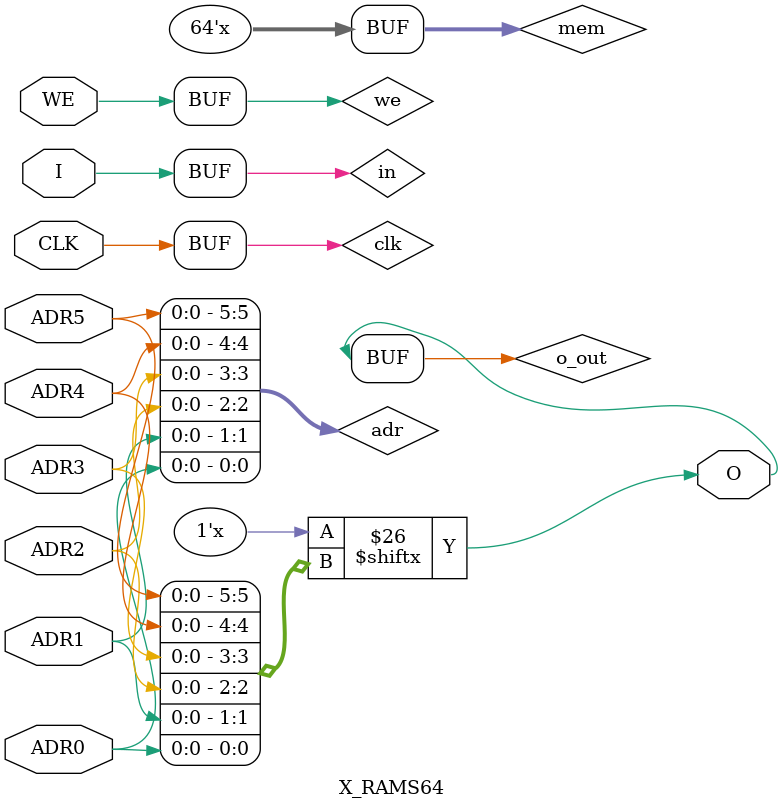
<source format=v>

`timescale 1 ps/1 ps

module X_RAMS64 (O, ADR0, ADR1, ADR2, ADR3, ADR4, ADR5, CLK, I, WE);

  parameter INIT = 64'h0000000000000000;

  output O;
  input ADR0, ADR1, ADR2, ADR3, ADR4, ADR5, CLK, I, WE;

  reg [63:0] mem;
  wire [5:0] adr;

  wire in, we, clk;
  reg o_out;
  reg notifier;

  buf b1 (in, I);
  buf b2 (clk, CLK);
  buf b3 (we ,WE);
  buf b4 (adr[5],ADR5);
  buf b5 (adr[4],ADR4);
  buf b6 (adr[3],ADR3);
  buf b7 (adr[2],ADR2);
  buf b8 (adr[1],ADR1);
  buf b9 (adr[0],ADR0);
  buf bA (O, o_out);

  initial begin
    mem <= INIT;
  end

  always @(posedge clk) begin
    if (we == 1'b1)
      mem[adr] <= in;
  end

  always @(mem or adr) begin
    o_out <= mem[adr];
  end

  always @(notifier) begin
    mem[adr] <= 1'bx;
  end

  specify

	(CLK => O) = (0:0:0, 0:0:0);
	(ADR0 => O) = (0:0:0, 0:0:0);
	(ADR1 => O) = (0:0:0, 0:0:0);
	(ADR2 => O) = (0:0:0, 0:0:0);
	(ADR3 => O) = (0:0:0, 0:0:0);
	(ADR4 => O) = (0:0:0, 0:0:0);
	(ADR5 => O) = (0:0:0, 0:0:0);

	$setuphold (posedge CLK, posedge I &&& WE, 0:0:0, 0:0:0, notifier);
	$setuphold (posedge CLK, negedge I &&& WE, 0:0:0, 0:0:0, notifier);
	$setuphold (posedge CLK, posedge ADR0 &&& WE, 0:0:0, 0:0:0, notifier);
	$setuphold (posedge CLK, negedge ADR0 &&& WE, 0:0:0, 0:0:0, notifier);
	$setuphold (posedge CLK, posedge ADR1 &&& WE, 0:0:0, 0:0:0, notifier);
	$setuphold (posedge CLK, negedge ADR1 &&& WE, 0:0:0, 0:0:0, notifier);
	$setuphold (posedge CLK, posedge ADR2 &&& WE, 0:0:0, 0:0:0, notifier);
	$setuphold (posedge CLK, negedge ADR2 &&& WE, 0:0:0, 0:0:0, notifier);
	$setuphold (posedge CLK, posedge ADR3 &&& WE, 0:0:0, 0:0:0, notifier);
	$setuphold (posedge CLK, negedge ADR3 &&& WE, 0:0:0, 0:0:0, notifier);
	$setuphold (posedge CLK, posedge ADR4 &&& WE, 0:0:0, 0:0:0, notifier);
	$setuphold (posedge CLK, negedge ADR4 &&& WE, 0:0:0, 0:0:0, notifier);
	$setuphold (posedge CLK, posedge ADR5 &&& WE, 0:0:0, 0:0:0, notifier);
	$setuphold (posedge CLK, negedge ADR5 &&& WE, 0:0:0, 0:0:0, notifier);
	$setuphold (posedge CLK, posedge WE, 0:0:0, 0:0:0, notifier);
	$setuphold (posedge CLK, negedge WE, 0:0:0, 0:0:0, notifier);

	$width (posedge CLK &&& WE, 0:0:0, 0, notifier);
	$width (negedge CLK &&& WE, 0:0:0, 0, notifier);

	specparam PATHPULSE$ = 0;

  endspecify

endmodule

</source>
